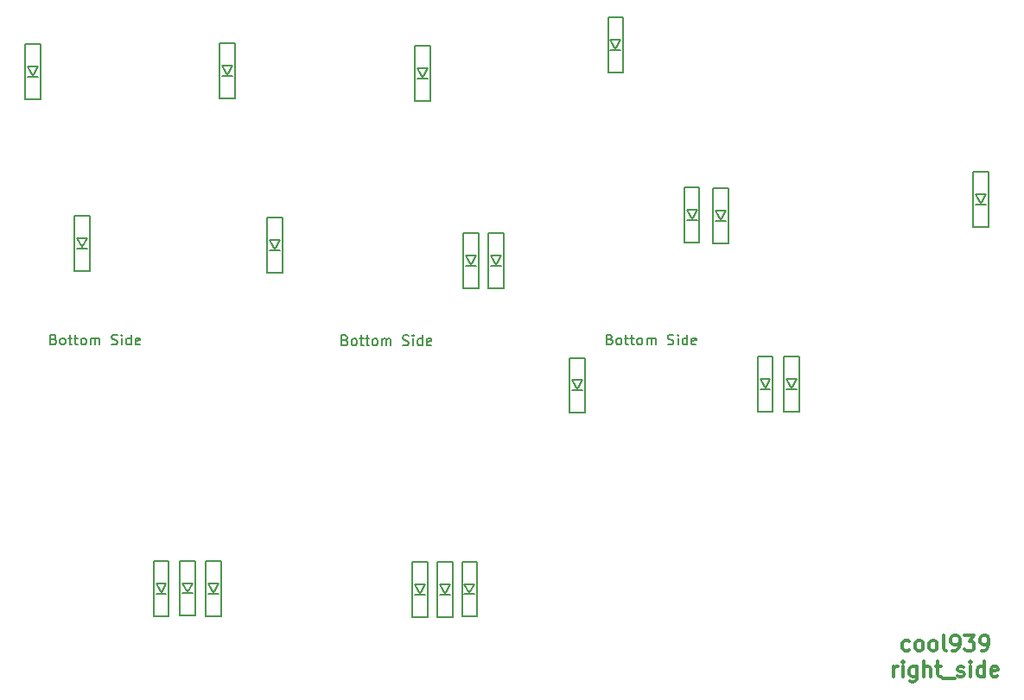
<source format=gbr>
G04 #@! TF.GenerationSoftware,KiCad,Pcbnew,(5.1.6-0-10_14)*
G04 #@! TF.CreationDate,2022-06-07T20:36:29+09:00*
G04 #@! TF.ProjectId,cool939,636f6f6c-3933-4392-9e6b-696361645f70,rev?*
G04 #@! TF.SameCoordinates,Original*
G04 #@! TF.FileFunction,Legend,Top*
G04 #@! TF.FilePolarity,Positive*
%FSLAX46Y46*%
G04 Gerber Fmt 4.6, Leading zero omitted, Abs format (unit mm)*
G04 Created by KiCad (PCBNEW (5.1.6-0-10_14)) date 2022-06-07 20:36:29*
%MOMM*%
%LPD*%
G01*
G04 APERTURE LIST*
%ADD10C,0.300000*%
%ADD11C,0.150000*%
G04 APERTURE END LIST*
D10*
X275064285Y-61122142D02*
X274921428Y-61193571D01*
X274635714Y-61193571D01*
X274492857Y-61122142D01*
X274421428Y-61050714D01*
X274350000Y-60907857D01*
X274350000Y-60479285D01*
X274421428Y-60336428D01*
X274492857Y-60265000D01*
X274635714Y-60193571D01*
X274921428Y-60193571D01*
X275064285Y-60265000D01*
X275921428Y-61193571D02*
X275778571Y-61122142D01*
X275707142Y-61050714D01*
X275635714Y-60907857D01*
X275635714Y-60479285D01*
X275707142Y-60336428D01*
X275778571Y-60265000D01*
X275921428Y-60193571D01*
X276135714Y-60193571D01*
X276278571Y-60265000D01*
X276350000Y-60336428D01*
X276421428Y-60479285D01*
X276421428Y-60907857D01*
X276350000Y-61050714D01*
X276278571Y-61122142D01*
X276135714Y-61193571D01*
X275921428Y-61193571D01*
X277278571Y-61193571D02*
X277135714Y-61122142D01*
X277064285Y-61050714D01*
X276992857Y-60907857D01*
X276992857Y-60479285D01*
X277064285Y-60336428D01*
X277135714Y-60265000D01*
X277278571Y-60193571D01*
X277492857Y-60193571D01*
X277635714Y-60265000D01*
X277707142Y-60336428D01*
X277778571Y-60479285D01*
X277778571Y-60907857D01*
X277707142Y-61050714D01*
X277635714Y-61122142D01*
X277492857Y-61193571D01*
X277278571Y-61193571D01*
X278635714Y-61193571D02*
X278492857Y-61122142D01*
X278421428Y-60979285D01*
X278421428Y-59693571D01*
X279278571Y-61193571D02*
X279564285Y-61193571D01*
X279707142Y-61122142D01*
X279778571Y-61050714D01*
X279921428Y-60836428D01*
X279992857Y-60550714D01*
X279992857Y-59979285D01*
X279921428Y-59836428D01*
X279850000Y-59765000D01*
X279707142Y-59693571D01*
X279421428Y-59693571D01*
X279278571Y-59765000D01*
X279207142Y-59836428D01*
X279135714Y-59979285D01*
X279135714Y-60336428D01*
X279207142Y-60479285D01*
X279278571Y-60550714D01*
X279421428Y-60622142D01*
X279707142Y-60622142D01*
X279850000Y-60550714D01*
X279921428Y-60479285D01*
X279992857Y-60336428D01*
X280492857Y-59693571D02*
X281421428Y-59693571D01*
X280921428Y-60265000D01*
X281135714Y-60265000D01*
X281278571Y-60336428D01*
X281350000Y-60407857D01*
X281421428Y-60550714D01*
X281421428Y-60907857D01*
X281350000Y-61050714D01*
X281278571Y-61122142D01*
X281135714Y-61193571D01*
X280707142Y-61193571D01*
X280564285Y-61122142D01*
X280492857Y-61050714D01*
X282135714Y-61193571D02*
X282421428Y-61193571D01*
X282564285Y-61122142D01*
X282635714Y-61050714D01*
X282778571Y-60836428D01*
X282850000Y-60550714D01*
X282850000Y-59979285D01*
X282778571Y-59836428D01*
X282707142Y-59765000D01*
X282564285Y-59693571D01*
X282278571Y-59693571D01*
X282135714Y-59765000D01*
X282064285Y-59836428D01*
X281992857Y-59979285D01*
X281992857Y-60336428D01*
X282064285Y-60479285D01*
X282135714Y-60550714D01*
X282278571Y-60622142D01*
X282564285Y-60622142D01*
X282707142Y-60550714D01*
X282778571Y-60479285D01*
X282850000Y-60336428D01*
X273492857Y-63743571D02*
X273492857Y-62743571D01*
X273492857Y-63029285D02*
X273564285Y-62886428D01*
X273635714Y-62815000D01*
X273778571Y-62743571D01*
X273921428Y-62743571D01*
X274421428Y-63743571D02*
X274421428Y-62743571D01*
X274421428Y-62243571D02*
X274350000Y-62315000D01*
X274421428Y-62386428D01*
X274492857Y-62315000D01*
X274421428Y-62243571D01*
X274421428Y-62386428D01*
X275778571Y-62743571D02*
X275778571Y-63957857D01*
X275707142Y-64100714D01*
X275635714Y-64172142D01*
X275492857Y-64243571D01*
X275278571Y-64243571D01*
X275135714Y-64172142D01*
X275778571Y-63672142D02*
X275635714Y-63743571D01*
X275350000Y-63743571D01*
X275207142Y-63672142D01*
X275135714Y-63600714D01*
X275064285Y-63457857D01*
X275064285Y-63029285D01*
X275135714Y-62886428D01*
X275207142Y-62815000D01*
X275350000Y-62743571D01*
X275635714Y-62743571D01*
X275778571Y-62815000D01*
X276492857Y-63743571D02*
X276492857Y-62243571D01*
X277135714Y-63743571D02*
X277135714Y-62957857D01*
X277064285Y-62815000D01*
X276921428Y-62743571D01*
X276707142Y-62743571D01*
X276564285Y-62815000D01*
X276492857Y-62886428D01*
X277635714Y-62743571D02*
X278207142Y-62743571D01*
X277850000Y-62243571D02*
X277850000Y-63529285D01*
X277921428Y-63672142D01*
X278064285Y-63743571D01*
X278207142Y-63743571D01*
X278350000Y-63886428D02*
X279492857Y-63886428D01*
X279778571Y-63672142D02*
X279921428Y-63743571D01*
X280207142Y-63743571D01*
X280350000Y-63672142D01*
X280421428Y-63529285D01*
X280421428Y-63457857D01*
X280350000Y-63315000D01*
X280207142Y-63243571D01*
X279992857Y-63243571D01*
X279850000Y-63172142D01*
X279778571Y-63029285D01*
X279778571Y-62957857D01*
X279850000Y-62815000D01*
X279992857Y-62743571D01*
X280207142Y-62743571D01*
X280350000Y-62815000D01*
X281064285Y-63743571D02*
X281064285Y-62743571D01*
X281064285Y-62243571D02*
X280992857Y-62315000D01*
X281064285Y-62386428D01*
X281135714Y-62315000D01*
X281064285Y-62243571D01*
X281064285Y-62386428D01*
X282421428Y-63743571D02*
X282421428Y-62243571D01*
X282421428Y-63672142D02*
X282278571Y-63743571D01*
X281992857Y-63743571D01*
X281850000Y-63672142D01*
X281778571Y-63600714D01*
X281707142Y-63457857D01*
X281707142Y-63029285D01*
X281778571Y-62886428D01*
X281850000Y-62815000D01*
X281992857Y-62743571D01*
X282278571Y-62743571D01*
X282421428Y-62815000D01*
X283707142Y-63672142D02*
X283564285Y-63743571D01*
X283278571Y-63743571D01*
X283135714Y-63672142D01*
X283064285Y-63529285D01*
X283064285Y-62957857D01*
X283135714Y-62815000D01*
X283278571Y-62743571D01*
X283564285Y-62743571D01*
X283707142Y-62815000D01*
X283778571Y-62957857D01*
X283778571Y-63100714D01*
X283064285Y-63243571D01*
D11*
X253750000Y-18840000D02*
X253250000Y-17940000D01*
X253250000Y-17940000D02*
X254250000Y-17940000D01*
X254250000Y-17940000D02*
X253750000Y-18840000D01*
X253250000Y-18940000D02*
X254250000Y-18940000D01*
X253000000Y-15740000D02*
X253000000Y-21140000D01*
X253000000Y-21140000D02*
X254500000Y-21140000D01*
X254500000Y-21140000D02*
X254500000Y-15740000D01*
X254500000Y-15740000D02*
X253000000Y-15740000D01*
X204360000Y-55470000D02*
X203860000Y-54570000D01*
X203860000Y-54570000D02*
X204860000Y-54570000D01*
X204860000Y-54570000D02*
X204360000Y-55470000D01*
X203860000Y-55570000D02*
X204860000Y-55570000D01*
X203610000Y-52370000D02*
X203610000Y-57770000D01*
X203610000Y-57770000D02*
X205110000Y-57770000D01*
X205110000Y-57770000D02*
X205110000Y-52370000D01*
X205110000Y-52370000D02*
X203610000Y-52370000D01*
X242500000Y-35560000D02*
X242000000Y-34660000D01*
X242000000Y-34660000D02*
X243000000Y-34660000D01*
X243000000Y-34660000D02*
X242500000Y-35560000D01*
X242000000Y-35660000D02*
X243000000Y-35660000D01*
X241750000Y-32460000D02*
X241750000Y-37860000D01*
X241750000Y-37860000D02*
X243250000Y-37860000D01*
X243250000Y-37860000D02*
X243250000Y-32460000D01*
X243250000Y-32460000D02*
X241750000Y-32460000D01*
X246280000Y-2170000D02*
X245780000Y-1270000D01*
X245780000Y-1270000D02*
X246780000Y-1270000D01*
X246780000Y-1270000D02*
X246280000Y-2170000D01*
X245780000Y-2270000D02*
X246780000Y-2270000D01*
X245530000Y930000D02*
X245530000Y-4470000D01*
X245530000Y-4470000D02*
X247030000Y-4470000D01*
X247030000Y-4470000D02*
X247030000Y930000D01*
X247030000Y930000D02*
X245530000Y930000D01*
X282060000Y-17310000D02*
X281560000Y-16410000D01*
X281560000Y-16410000D02*
X282560000Y-16410000D01*
X282560000Y-16410000D02*
X282060000Y-17310000D01*
X281560000Y-17410000D02*
X282560000Y-17410000D01*
X281310000Y-14210000D02*
X281310000Y-19610000D01*
X281310000Y-19610000D02*
X282810000Y-19610000D01*
X282810000Y-19610000D02*
X282810000Y-14210000D01*
X282810000Y-14210000D02*
X281310000Y-14210000D01*
X263490000Y-35430000D02*
X262990000Y-34530000D01*
X262990000Y-34530000D02*
X263990000Y-34530000D01*
X263990000Y-34530000D02*
X263490000Y-35430000D01*
X262990000Y-35530000D02*
X263990000Y-35530000D01*
X262740000Y-32330000D02*
X262740000Y-37730000D01*
X262740000Y-37730000D02*
X264240000Y-37730000D01*
X264240000Y-37730000D02*
X264240000Y-32330000D01*
X264240000Y-32330000D02*
X262740000Y-32330000D01*
X227850000Y-52480000D02*
X226350000Y-52480000D01*
X227850000Y-57880000D02*
X227850000Y-52480000D01*
X226350000Y-57880000D02*
X227850000Y-57880000D01*
X226350000Y-52480000D02*
X226350000Y-57880000D01*
X226600000Y-55680000D02*
X227600000Y-55680000D01*
X227600000Y-54680000D02*
X227100000Y-55580000D01*
X226600000Y-54680000D02*
X227600000Y-54680000D01*
X227100000Y-55580000D02*
X226600000Y-54680000D01*
X231970000Y-55550000D02*
X231470000Y-54650000D01*
X231470000Y-54650000D02*
X232470000Y-54650000D01*
X232470000Y-54650000D02*
X231970000Y-55550000D01*
X231470000Y-55650000D02*
X232470000Y-55650000D01*
X231220000Y-52450000D02*
X231220000Y-57850000D01*
X231220000Y-57850000D02*
X232720000Y-57850000D01*
X232720000Y-57850000D02*
X232720000Y-52450000D01*
X232720000Y-52450000D02*
X231220000Y-52450000D01*
X256560000Y-18920000D02*
X256060000Y-18020000D01*
X256060000Y-18020000D02*
X257060000Y-18020000D01*
X257060000Y-18020000D02*
X256560000Y-18920000D01*
X256060000Y-19020000D02*
X257060000Y-19020000D01*
X255810000Y-15820000D02*
X255810000Y-21220000D01*
X255810000Y-21220000D02*
X257310000Y-21220000D01*
X257310000Y-21220000D02*
X257310000Y-15820000D01*
X257310000Y-15820000D02*
X255810000Y-15820000D01*
X227340000Y-4950000D02*
X226840000Y-4050000D01*
X226840000Y-4050000D02*
X227840000Y-4050000D01*
X227840000Y-4050000D02*
X227340000Y-4950000D01*
X226840000Y-5050000D02*
X227840000Y-5050000D01*
X226590000Y-1850000D02*
X226590000Y-7250000D01*
X226590000Y-7250000D02*
X228090000Y-7250000D01*
X228090000Y-7250000D02*
X228090000Y-1850000D01*
X228090000Y-1850000D02*
X226590000Y-1850000D01*
X208240000Y-4690000D02*
X207740000Y-3790000D01*
X207740000Y-3790000D02*
X208740000Y-3790000D01*
X208740000Y-3790000D02*
X208240000Y-4690000D01*
X207740000Y-4790000D02*
X208740000Y-4790000D01*
X207490000Y-1590000D02*
X207490000Y-6990000D01*
X207490000Y-6990000D02*
X208990000Y-6990000D01*
X208990000Y-6990000D02*
X208990000Y-1590000D01*
X208990000Y-1590000D02*
X207490000Y-1590000D01*
X201760000Y-55490000D02*
X201260000Y-54590000D01*
X201260000Y-54590000D02*
X202260000Y-54590000D01*
X202260000Y-54590000D02*
X201760000Y-55490000D01*
X201260000Y-55590000D02*
X202260000Y-55590000D01*
X201010000Y-52390000D02*
X201010000Y-57790000D01*
X201010000Y-57790000D02*
X202510000Y-57790000D01*
X202510000Y-57790000D02*
X202510000Y-52390000D01*
X202510000Y-52390000D02*
X201010000Y-52390000D01*
X232080000Y-23340000D02*
X231580000Y-22440000D01*
X231580000Y-22440000D02*
X232580000Y-22440000D01*
X232580000Y-22440000D02*
X232080000Y-23340000D01*
X231580000Y-23440000D02*
X232580000Y-23440000D01*
X231330000Y-20240000D02*
X231330000Y-25640000D01*
X231330000Y-25640000D02*
X232830000Y-25640000D01*
X232830000Y-25640000D02*
X232830000Y-20240000D01*
X232830000Y-20240000D02*
X231330000Y-20240000D01*
X194010000Y-21620000D02*
X193510000Y-20720000D01*
X193510000Y-20720000D02*
X194510000Y-20720000D01*
X194510000Y-20720000D02*
X194010000Y-21620000D01*
X193510000Y-21720000D02*
X194510000Y-21720000D01*
X193260000Y-18520000D02*
X193260000Y-23920000D01*
X193260000Y-23920000D02*
X194760000Y-23920000D01*
X194760000Y-23920000D02*
X194760000Y-18520000D01*
X194760000Y-18520000D02*
X193260000Y-18520000D01*
X206870000Y-55540000D02*
X206370000Y-54640000D01*
X206370000Y-54640000D02*
X207370000Y-54640000D01*
X207370000Y-54640000D02*
X206870000Y-55540000D01*
X206370000Y-55640000D02*
X207370000Y-55640000D01*
X206120000Y-52440000D02*
X206120000Y-57840000D01*
X206120000Y-57840000D02*
X207620000Y-57840000D01*
X207620000Y-57840000D02*
X207620000Y-52440000D01*
X207620000Y-52440000D02*
X206120000Y-52440000D01*
X260940000Y-35430000D02*
X260440000Y-34530000D01*
X260440000Y-34530000D02*
X261440000Y-34530000D01*
X261440000Y-34530000D02*
X260940000Y-35430000D01*
X260440000Y-35530000D02*
X261440000Y-35530000D01*
X260190000Y-32330000D02*
X260190000Y-37730000D01*
X260190000Y-37730000D02*
X261690000Y-37730000D01*
X261690000Y-37730000D02*
X261690000Y-32330000D01*
X261690000Y-32330000D02*
X260190000Y-32330000D01*
X229540000Y-55610000D02*
X229040000Y-54710000D01*
X229040000Y-54710000D02*
X230040000Y-54710000D01*
X230040000Y-54710000D02*
X229540000Y-55610000D01*
X229040000Y-55710000D02*
X230040000Y-55710000D01*
X228790000Y-52510000D02*
X228790000Y-57910000D01*
X228790000Y-57910000D02*
X230290000Y-57910000D01*
X230290000Y-57910000D02*
X230290000Y-52510000D01*
X230290000Y-52510000D02*
X228790000Y-52510000D01*
X212880000Y-21810000D02*
X212380000Y-20910000D01*
X212380000Y-20910000D02*
X213380000Y-20910000D01*
X213380000Y-20910000D02*
X212880000Y-21810000D01*
X212380000Y-21910000D02*
X213380000Y-21910000D01*
X212130000Y-18710000D02*
X212130000Y-24110000D01*
X212130000Y-24110000D02*
X213630000Y-24110000D01*
X213630000Y-24110000D02*
X213630000Y-18710000D01*
X213630000Y-18710000D02*
X212130000Y-18710000D01*
X189180000Y-4820000D02*
X188680000Y-3920000D01*
X188680000Y-3920000D02*
X189680000Y-3920000D01*
X189680000Y-3920000D02*
X189180000Y-4820000D01*
X188680000Y-4920000D02*
X189680000Y-4920000D01*
X188430000Y-1720000D02*
X188430000Y-7120000D01*
X188430000Y-7120000D02*
X189930000Y-7120000D01*
X189930000Y-7120000D02*
X189930000Y-1720000D01*
X189930000Y-1720000D02*
X188430000Y-1720000D01*
X234570000Y-23320000D02*
X234070000Y-22420000D01*
X234070000Y-22420000D02*
X235070000Y-22420000D01*
X235070000Y-22420000D02*
X234570000Y-23320000D01*
X234070000Y-23420000D02*
X235070000Y-23420000D01*
X233820000Y-20220000D02*
X233820000Y-25620000D01*
X233820000Y-25620000D02*
X235320000Y-25620000D01*
X235320000Y-25620000D02*
X235320000Y-20220000D01*
X235320000Y-20220000D02*
X233820000Y-20220000D01*
X245722380Y-30658571D02*
X245865238Y-30706190D01*
X245912857Y-30753809D01*
X245960476Y-30849047D01*
X245960476Y-30991904D01*
X245912857Y-31087142D01*
X245865238Y-31134761D01*
X245770000Y-31182380D01*
X245389047Y-31182380D01*
X245389047Y-30182380D01*
X245722380Y-30182380D01*
X245817619Y-30230000D01*
X245865238Y-30277619D01*
X245912857Y-30372857D01*
X245912857Y-30468095D01*
X245865238Y-30563333D01*
X245817619Y-30610952D01*
X245722380Y-30658571D01*
X245389047Y-30658571D01*
X246531904Y-31182380D02*
X246436666Y-31134761D01*
X246389047Y-31087142D01*
X246341428Y-30991904D01*
X246341428Y-30706190D01*
X246389047Y-30610952D01*
X246436666Y-30563333D01*
X246531904Y-30515714D01*
X246674761Y-30515714D01*
X246770000Y-30563333D01*
X246817619Y-30610952D01*
X246865238Y-30706190D01*
X246865238Y-30991904D01*
X246817619Y-31087142D01*
X246770000Y-31134761D01*
X246674761Y-31182380D01*
X246531904Y-31182380D01*
X247150952Y-30515714D02*
X247531904Y-30515714D01*
X247293809Y-30182380D02*
X247293809Y-31039523D01*
X247341428Y-31134761D01*
X247436666Y-31182380D01*
X247531904Y-31182380D01*
X247722380Y-30515714D02*
X248103333Y-30515714D01*
X247865238Y-30182380D02*
X247865238Y-31039523D01*
X247912857Y-31134761D01*
X248008095Y-31182380D01*
X248103333Y-31182380D01*
X248579523Y-31182380D02*
X248484285Y-31134761D01*
X248436666Y-31087142D01*
X248389047Y-30991904D01*
X248389047Y-30706190D01*
X248436666Y-30610952D01*
X248484285Y-30563333D01*
X248579523Y-30515714D01*
X248722380Y-30515714D01*
X248817619Y-30563333D01*
X248865238Y-30610952D01*
X248912857Y-30706190D01*
X248912857Y-30991904D01*
X248865238Y-31087142D01*
X248817619Y-31134761D01*
X248722380Y-31182380D01*
X248579523Y-31182380D01*
X249341428Y-31182380D02*
X249341428Y-30515714D01*
X249341428Y-30610952D02*
X249389047Y-30563333D01*
X249484285Y-30515714D01*
X249627142Y-30515714D01*
X249722380Y-30563333D01*
X249770000Y-30658571D01*
X249770000Y-31182380D01*
X249770000Y-30658571D02*
X249817619Y-30563333D01*
X249912857Y-30515714D01*
X250055714Y-30515714D01*
X250150952Y-30563333D01*
X250198571Y-30658571D01*
X250198571Y-31182380D01*
X251389047Y-31134761D02*
X251531904Y-31182380D01*
X251770000Y-31182380D01*
X251865238Y-31134761D01*
X251912857Y-31087142D01*
X251960476Y-30991904D01*
X251960476Y-30896666D01*
X251912857Y-30801428D01*
X251865238Y-30753809D01*
X251770000Y-30706190D01*
X251579523Y-30658571D01*
X251484285Y-30610952D01*
X251436666Y-30563333D01*
X251389047Y-30468095D01*
X251389047Y-30372857D01*
X251436666Y-30277619D01*
X251484285Y-30230000D01*
X251579523Y-30182380D01*
X251817619Y-30182380D01*
X251960476Y-30230000D01*
X252389047Y-31182380D02*
X252389047Y-30515714D01*
X252389047Y-30182380D02*
X252341428Y-30230000D01*
X252389047Y-30277619D01*
X252436666Y-30230000D01*
X252389047Y-30182380D01*
X252389047Y-30277619D01*
X253293809Y-31182380D02*
X253293809Y-30182380D01*
X253293809Y-31134761D02*
X253198571Y-31182380D01*
X253008095Y-31182380D01*
X252912857Y-31134761D01*
X252865238Y-31087142D01*
X252817619Y-30991904D01*
X252817619Y-30706190D01*
X252865238Y-30610952D01*
X252912857Y-30563333D01*
X253008095Y-30515714D01*
X253198571Y-30515714D01*
X253293809Y-30563333D01*
X254150952Y-31134761D02*
X254055714Y-31182380D01*
X253865238Y-31182380D01*
X253770000Y-31134761D01*
X253722380Y-31039523D01*
X253722380Y-30658571D01*
X253770000Y-30563333D01*
X253865238Y-30515714D01*
X254055714Y-30515714D01*
X254150952Y-30563333D01*
X254198571Y-30658571D01*
X254198571Y-30753809D01*
X253722380Y-30849047D01*
X219772380Y-30718571D02*
X219915238Y-30766190D01*
X219962857Y-30813809D01*
X220010476Y-30909047D01*
X220010476Y-31051904D01*
X219962857Y-31147142D01*
X219915238Y-31194761D01*
X219820000Y-31242380D01*
X219439047Y-31242380D01*
X219439047Y-30242380D01*
X219772380Y-30242380D01*
X219867619Y-30290000D01*
X219915238Y-30337619D01*
X219962857Y-30432857D01*
X219962857Y-30528095D01*
X219915238Y-30623333D01*
X219867619Y-30670952D01*
X219772380Y-30718571D01*
X219439047Y-30718571D01*
X220581904Y-31242380D02*
X220486666Y-31194761D01*
X220439047Y-31147142D01*
X220391428Y-31051904D01*
X220391428Y-30766190D01*
X220439047Y-30670952D01*
X220486666Y-30623333D01*
X220581904Y-30575714D01*
X220724761Y-30575714D01*
X220820000Y-30623333D01*
X220867619Y-30670952D01*
X220915238Y-30766190D01*
X220915238Y-31051904D01*
X220867619Y-31147142D01*
X220820000Y-31194761D01*
X220724761Y-31242380D01*
X220581904Y-31242380D01*
X221200952Y-30575714D02*
X221581904Y-30575714D01*
X221343809Y-30242380D02*
X221343809Y-31099523D01*
X221391428Y-31194761D01*
X221486666Y-31242380D01*
X221581904Y-31242380D01*
X221772380Y-30575714D02*
X222153333Y-30575714D01*
X221915238Y-30242380D02*
X221915238Y-31099523D01*
X221962857Y-31194761D01*
X222058095Y-31242380D01*
X222153333Y-31242380D01*
X222629523Y-31242380D02*
X222534285Y-31194761D01*
X222486666Y-31147142D01*
X222439047Y-31051904D01*
X222439047Y-30766190D01*
X222486666Y-30670952D01*
X222534285Y-30623333D01*
X222629523Y-30575714D01*
X222772380Y-30575714D01*
X222867619Y-30623333D01*
X222915238Y-30670952D01*
X222962857Y-30766190D01*
X222962857Y-31051904D01*
X222915238Y-31147142D01*
X222867619Y-31194761D01*
X222772380Y-31242380D01*
X222629523Y-31242380D01*
X223391428Y-31242380D02*
X223391428Y-30575714D01*
X223391428Y-30670952D02*
X223439047Y-30623333D01*
X223534285Y-30575714D01*
X223677142Y-30575714D01*
X223772380Y-30623333D01*
X223820000Y-30718571D01*
X223820000Y-31242380D01*
X223820000Y-30718571D02*
X223867619Y-30623333D01*
X223962857Y-30575714D01*
X224105714Y-30575714D01*
X224200952Y-30623333D01*
X224248571Y-30718571D01*
X224248571Y-31242380D01*
X225439047Y-31194761D02*
X225581904Y-31242380D01*
X225820000Y-31242380D01*
X225915238Y-31194761D01*
X225962857Y-31147142D01*
X226010476Y-31051904D01*
X226010476Y-30956666D01*
X225962857Y-30861428D01*
X225915238Y-30813809D01*
X225820000Y-30766190D01*
X225629523Y-30718571D01*
X225534285Y-30670952D01*
X225486666Y-30623333D01*
X225439047Y-30528095D01*
X225439047Y-30432857D01*
X225486666Y-30337619D01*
X225534285Y-30290000D01*
X225629523Y-30242380D01*
X225867619Y-30242380D01*
X226010476Y-30290000D01*
X226439047Y-31242380D02*
X226439047Y-30575714D01*
X226439047Y-30242380D02*
X226391428Y-30290000D01*
X226439047Y-30337619D01*
X226486666Y-30290000D01*
X226439047Y-30242380D01*
X226439047Y-30337619D01*
X227343809Y-31242380D02*
X227343809Y-30242380D01*
X227343809Y-31194761D02*
X227248571Y-31242380D01*
X227058095Y-31242380D01*
X226962857Y-31194761D01*
X226915238Y-31147142D01*
X226867619Y-31051904D01*
X226867619Y-30766190D01*
X226915238Y-30670952D01*
X226962857Y-30623333D01*
X227058095Y-30575714D01*
X227248571Y-30575714D01*
X227343809Y-30623333D01*
X228200952Y-31194761D02*
X228105714Y-31242380D01*
X227915238Y-31242380D01*
X227820000Y-31194761D01*
X227772380Y-31099523D01*
X227772380Y-30718571D01*
X227820000Y-30623333D01*
X227915238Y-30575714D01*
X228105714Y-30575714D01*
X228200952Y-30623333D01*
X228248571Y-30718571D01*
X228248571Y-30813809D01*
X227772380Y-30909047D01*
X191222380Y-30658571D02*
X191365238Y-30706190D01*
X191412857Y-30753809D01*
X191460476Y-30849047D01*
X191460476Y-30991904D01*
X191412857Y-31087142D01*
X191365238Y-31134761D01*
X191270000Y-31182380D01*
X190889047Y-31182380D01*
X190889047Y-30182380D01*
X191222380Y-30182380D01*
X191317619Y-30230000D01*
X191365238Y-30277619D01*
X191412857Y-30372857D01*
X191412857Y-30468095D01*
X191365238Y-30563333D01*
X191317619Y-30610952D01*
X191222380Y-30658571D01*
X190889047Y-30658571D01*
X192031904Y-31182380D02*
X191936666Y-31134761D01*
X191889047Y-31087142D01*
X191841428Y-30991904D01*
X191841428Y-30706190D01*
X191889047Y-30610952D01*
X191936666Y-30563333D01*
X192031904Y-30515714D01*
X192174761Y-30515714D01*
X192270000Y-30563333D01*
X192317619Y-30610952D01*
X192365238Y-30706190D01*
X192365238Y-30991904D01*
X192317619Y-31087142D01*
X192270000Y-31134761D01*
X192174761Y-31182380D01*
X192031904Y-31182380D01*
X192650952Y-30515714D02*
X193031904Y-30515714D01*
X192793809Y-30182380D02*
X192793809Y-31039523D01*
X192841428Y-31134761D01*
X192936666Y-31182380D01*
X193031904Y-31182380D01*
X193222380Y-30515714D02*
X193603333Y-30515714D01*
X193365238Y-30182380D02*
X193365238Y-31039523D01*
X193412857Y-31134761D01*
X193508095Y-31182380D01*
X193603333Y-31182380D01*
X194079523Y-31182380D02*
X193984285Y-31134761D01*
X193936666Y-31087142D01*
X193889047Y-30991904D01*
X193889047Y-30706190D01*
X193936666Y-30610952D01*
X193984285Y-30563333D01*
X194079523Y-30515714D01*
X194222380Y-30515714D01*
X194317619Y-30563333D01*
X194365238Y-30610952D01*
X194412857Y-30706190D01*
X194412857Y-30991904D01*
X194365238Y-31087142D01*
X194317619Y-31134761D01*
X194222380Y-31182380D01*
X194079523Y-31182380D01*
X194841428Y-31182380D02*
X194841428Y-30515714D01*
X194841428Y-30610952D02*
X194889047Y-30563333D01*
X194984285Y-30515714D01*
X195127142Y-30515714D01*
X195222380Y-30563333D01*
X195270000Y-30658571D01*
X195270000Y-31182380D01*
X195270000Y-30658571D02*
X195317619Y-30563333D01*
X195412857Y-30515714D01*
X195555714Y-30515714D01*
X195650952Y-30563333D01*
X195698571Y-30658571D01*
X195698571Y-31182380D01*
X196889047Y-31134761D02*
X197031904Y-31182380D01*
X197270000Y-31182380D01*
X197365238Y-31134761D01*
X197412857Y-31087142D01*
X197460476Y-30991904D01*
X197460476Y-30896666D01*
X197412857Y-30801428D01*
X197365238Y-30753809D01*
X197270000Y-30706190D01*
X197079523Y-30658571D01*
X196984285Y-30610952D01*
X196936666Y-30563333D01*
X196889047Y-30468095D01*
X196889047Y-30372857D01*
X196936666Y-30277619D01*
X196984285Y-30230000D01*
X197079523Y-30182380D01*
X197317619Y-30182380D01*
X197460476Y-30230000D01*
X197889047Y-31182380D02*
X197889047Y-30515714D01*
X197889047Y-30182380D02*
X197841428Y-30230000D01*
X197889047Y-30277619D01*
X197936666Y-30230000D01*
X197889047Y-30182380D01*
X197889047Y-30277619D01*
X198793809Y-31182380D02*
X198793809Y-30182380D01*
X198793809Y-31134761D02*
X198698571Y-31182380D01*
X198508095Y-31182380D01*
X198412857Y-31134761D01*
X198365238Y-31087142D01*
X198317619Y-30991904D01*
X198317619Y-30706190D01*
X198365238Y-30610952D01*
X198412857Y-30563333D01*
X198508095Y-30515714D01*
X198698571Y-30515714D01*
X198793809Y-30563333D01*
X199650952Y-31134761D02*
X199555714Y-31182380D01*
X199365238Y-31182380D01*
X199270000Y-31134761D01*
X199222380Y-31039523D01*
X199222380Y-30658571D01*
X199270000Y-30563333D01*
X199365238Y-30515714D01*
X199555714Y-30515714D01*
X199650952Y-30563333D01*
X199698571Y-30658571D01*
X199698571Y-30753809D01*
X199222380Y-30849047D01*
M02*

</source>
